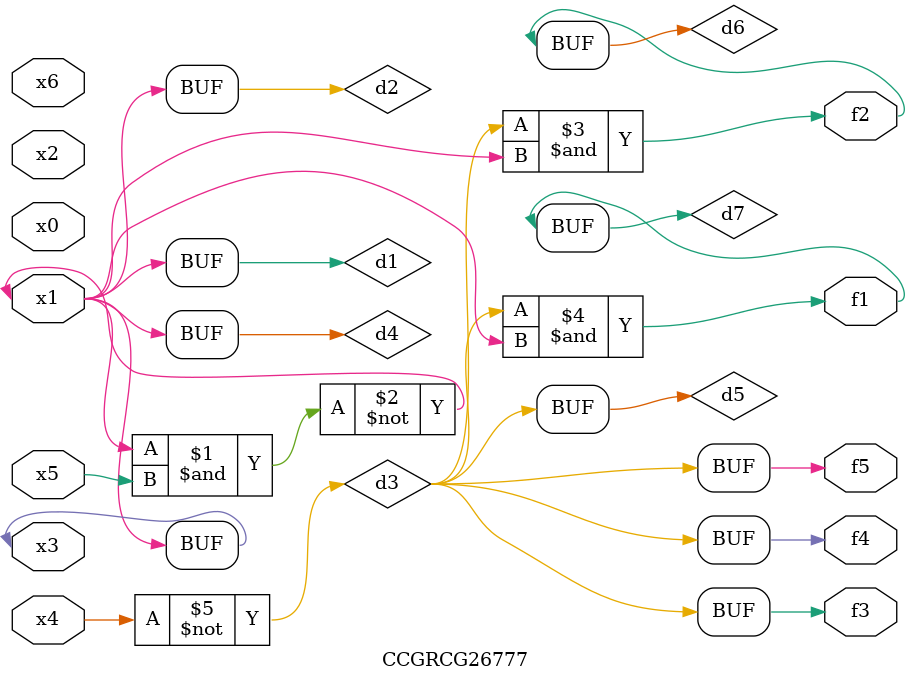
<source format=v>
module CCGRCG26777(
	input x0, x1, x2, x3, x4, x5, x6,
	output f1, f2, f3, f4, f5
);

	wire d1, d2, d3, d4, d5, d6, d7;

	buf (d1, x1, x3);
	nand (d2, x1, x5);
	not (d3, x4);
	buf (d4, d1, d2);
	buf (d5, d3);
	and (d6, d3, d4);
	and (d7, d3, d4);
	assign f1 = d7;
	assign f2 = d6;
	assign f3 = d5;
	assign f4 = d5;
	assign f5 = d5;
endmodule

</source>
